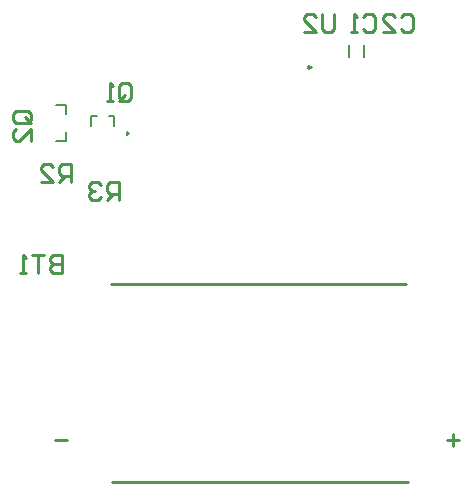
<source format=gbo>
G04*
G04 #@! TF.GenerationSoftware,Altium Limited,Altium Designer,22.8.2 (66)*
G04*
G04 Layer_Color=32896*
%FSLAX25Y25*%
%MOIN*%
G70*
G04*
G04 #@! TF.SameCoordinates,DBEA32A3-26B1-43DE-8851-A205651FCFC1*
G04*
G04*
G04 #@! TF.FilePolarity,Positive*
G04*
G01*
G75*
%ADD11C,0.00787*%
%ADD12C,0.00984*%
%ADD15C,0.01000*%
%ADD72C,0.00600*%
D11*
X287500Y370532D02*
Y374469D01*
X292500Y370532D02*
Y374469D01*
X189811Y342594D02*
X193256D01*
Y351551D02*
Y354406D01*
Y342594D02*
Y345449D01*
X189811Y354406D02*
X193256D01*
D12*
X274775Y367283D02*
X274037Y367710D01*
Y366857D01*
X274775Y367283D01*
D15*
X322200Y241000D02*
Y245000D01*
X320200Y243000D02*
X324200D01*
X189700D02*
X193700D01*
X208700Y229000D02*
X307200D01*
X208200Y295000D02*
X306700D01*
X191800Y304498D02*
Y298500D01*
X188801D01*
X187801Y299500D01*
Y300499D01*
X188801Y301499D01*
X191800D01*
X188801D01*
X187801Y302499D01*
Y303498D01*
X188801Y304498D01*
X191800D01*
X185802D02*
X181803D01*
X183803D01*
Y298500D01*
X179804D02*
X177805D01*
X178804D01*
Y304498D01*
X179804Y303498D01*
X211000Y357001D02*
X211000Y360999D01*
X212000Y361999D01*
X213999Y361999D01*
X214999Y360999D01*
X214999Y357001D01*
X213999Y356001D01*
X212000Y356001D01*
X212999Y358000D02*
X211000Y356001D01*
X212000Y356001D02*
X211000Y357001D01*
X209001Y356001D02*
X207001Y356001D01*
X208001Y356001D01*
X208001Y361999D01*
X209001Y360999D01*
X282498Y384999D02*
Y380001D01*
X281499Y379001D01*
X279499D01*
X278500Y380001D01*
Y384999D01*
X272502Y379001D02*
X276500D01*
X272502Y383000D01*
Y383999D01*
X273501Y384999D01*
X275501D01*
X276500Y383999D01*
X210924Y323001D02*
Y328999D01*
X207925D01*
X206925Y327999D01*
Y326000D01*
X207925Y325000D01*
X210924D01*
X208924D02*
X206925Y323001D01*
X204925Y327999D02*
X203926Y328999D01*
X201926D01*
X200927Y327999D01*
Y327000D01*
X201926Y326000D01*
X202926D01*
X201926D01*
X200927Y325000D01*
Y324001D01*
X201926Y323001D01*
X203926D01*
X204925Y324001D01*
X195008Y329017D02*
X194989Y335015D01*
X191990Y335005D01*
X190993Y334002D01*
X191000Y332003D01*
X192002Y331007D01*
X195001Y331016D01*
X193002Y331010D02*
X191009Y329004D01*
X185011Y328985D02*
X189010Y328998D01*
X184999Y332984D01*
X184995Y333984D01*
X185992Y334986D01*
X187991Y334993D01*
X188994Y333996D01*
X180499Y348500D02*
X176501Y348500D01*
X175501Y349499D01*
X175501Y351499D01*
X176500Y352498D01*
X180499Y352498D01*
X181499Y351499D01*
X181499Y349499D01*
X179500Y350499D02*
X181499Y348500D01*
X181499Y349499D02*
X180499Y348500D01*
X181499Y342502D02*
X181499Y346500D01*
X177500Y342502D01*
X176501Y342501D01*
X175501Y343501D01*
X175501Y345501D01*
X176501Y346500D01*
X305000Y384047D02*
X305999Y385046D01*
X307999D01*
X308998Y384047D01*
Y380048D01*
X307999Y379048D01*
X305999D01*
X305000Y380048D01*
X299002Y379048D02*
X303000D01*
X299002Y383047D01*
Y384047D01*
X300001Y385046D01*
X302001D01*
X303000Y384047D01*
X292101Y383998D02*
X293101Y384998D01*
X295100D01*
X296100Y383998D01*
Y380000D01*
X295100Y379000D01*
X293101D01*
X292101Y380000D01*
X290102Y379000D02*
X288103D01*
X289102D01*
Y384998D01*
X290102Y383998D01*
D72*
X214350Y345150D02*
X213600Y345583D01*
Y344717D01*
X214350Y345150D01*
X209350Y347597D02*
Y350850D01*
X201650D02*
X203540D01*
X201650Y347597D02*
Y350850D01*
X207460D02*
X209350D01*
M02*

</source>
